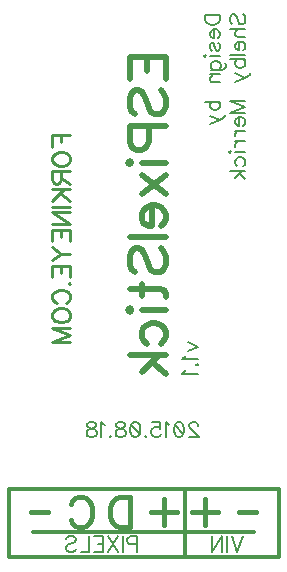
<source format=gbo>
G04 DipTrace 2.4.0.2*
%INESPixelStick.GBO*%
%MOIN*%
%ADD19C,0.012*%
%ADD30C,0.0154*%
%ADD71C,0.0093*%
%ADD72C,0.0077*%
%ADD73C,0.0185*%
%FSLAX44Y44*%
G04*
G70*
G90*
G75*
G01*
%LNBotSilk*%
%LPD*%
X10063Y6437D2*
D19*
X13188D1*
Y4187D1*
X10063D1*
Y6437D1*
X4187D2*
X10063D1*
Y4187D1*
X4187D1*
Y6437D1*
X5000Y5000D2*
X12375D1*
X10744Y6103D2*
D30*
Y5242D1*
X11174Y5672D2*
X10313D1*
X12428D2*
X11875D1*
X9369Y6103D2*
Y5242D1*
X9799Y5672D2*
X8938D1*
X8232Y6175D2*
Y5170D1*
X7897D1*
X7754Y5219D1*
X7657Y5314D1*
X7610Y5410D1*
X7562Y5553D1*
Y5793D1*
X7610Y5937D1*
X7657Y6032D1*
X7754Y6128D1*
X7897Y6175D1*
X8232D1*
X6250Y5937D2*
X6297Y6032D1*
X6393Y6128D1*
X6489Y6175D1*
X6680D1*
X6776Y6128D1*
X6871Y6032D1*
X6920Y5937D1*
X6967Y5793D1*
Y5553D1*
X6920Y5410D1*
X6871Y5314D1*
X6776Y5219D1*
X6680Y5170D1*
X6489D1*
X6393Y5219D1*
X6297Y5314D1*
X6250Y5410D1*
X5490Y5672D2*
X4937D1*
X10732Y22249D2*
D72*
X11234D1*
Y22082D1*
X11210Y22010D1*
X11162Y21962D1*
X11114Y21938D1*
X11043Y21914D1*
X10923D1*
X10851Y21938D1*
X10803Y21962D1*
X10755Y22010D1*
X10732Y22082D1*
Y22249D1*
X11043Y21760D2*
Y21473D1*
X10995D1*
X10947Y21497D1*
X10923Y21520D1*
X10899Y21569D1*
Y21640D1*
X10923Y21688D1*
X10971Y21736D1*
X11043Y21760D1*
X11090D1*
X11162Y21736D1*
X11210Y21688D1*
X11234Y21640D1*
Y21569D1*
X11210Y21520D1*
X11162Y21473D1*
X10971Y21055D2*
X10923Y21079D1*
X10899Y21151D1*
Y21223D1*
X10923Y21295D1*
X10971Y21319D1*
X11018Y21295D1*
X11043Y21247D1*
X11067Y21127D1*
X11090Y21079D1*
X11138Y21055D1*
X11162D1*
X11210Y21079D1*
X11234Y21151D1*
Y21223D1*
X11210Y21295D1*
X11162Y21319D1*
X10732Y20901D2*
X10755Y20877D1*
X10732Y20853D1*
X10707Y20877D1*
X10732Y20901D1*
X10899Y20877D2*
X11234D1*
X10923Y20412D2*
X11306D1*
X11377Y20436D1*
X11401Y20459D1*
X11425Y20507D1*
Y20579D1*
X11401Y20627D1*
X10995Y20412D2*
X10947Y20459D1*
X10923Y20507D1*
Y20579D1*
X10947Y20627D1*
X10995Y20675D1*
X11067Y20699D1*
X11115D1*
X11186Y20675D1*
X11234Y20627D1*
X11258Y20579D1*
Y20507D1*
X11234Y20459D1*
X11186Y20412D1*
X10899Y20257D2*
X11234D1*
X10995D2*
X10923Y20186D1*
X10899Y20137D1*
Y20066D1*
X10923Y20018D1*
X10995Y19994D1*
X11234D1*
X10732Y19354D2*
X11234D1*
X10971D2*
X10923Y19306D1*
X10899Y19258D1*
Y19186D1*
X10923Y19139D1*
X10971Y19091D1*
X11043Y19067D1*
X11090D1*
X11162Y19091D1*
X11210Y19139D1*
X11234Y19186D1*
Y19258D1*
X11210Y19306D1*
X11162Y19354D1*
X10899Y18888D2*
X11234Y18745D1*
X11330Y18793D1*
X11378Y18841D1*
X11401Y18888D1*
Y18913D1*
X10899Y18601D2*
X11234Y18745D1*
X8219Y20098D2*
D73*
Y20843D1*
X9425D1*
Y20098D1*
X8793Y20843D2*
Y20384D1*
X8391Y18924D2*
X8276Y19038D1*
X8219Y19210D1*
Y19440D1*
X8276Y19612D1*
X8391Y19727D1*
X8506D1*
X8621Y19669D1*
X8678Y19612D1*
X8735Y19498D1*
X8850Y19153D1*
X8907Y19038D1*
X8966Y18981D1*
X9080Y18924D1*
X9252D1*
X9366Y19038D1*
X9425Y19210D1*
Y19440D1*
X9366Y19612D1*
X9252Y19727D1*
X8850Y18553D2*
Y18036D1*
X8793Y17865D1*
X8735Y17806D1*
X8621Y17749D1*
X8448D1*
X8334Y17806D1*
X8276Y17865D1*
X8219Y18036D1*
Y18553D1*
X9425D1*
X8219Y17379D2*
X8276Y17322D1*
X8219Y17263D1*
X8161Y17322D1*
X8219Y17379D1*
X8621Y17322D2*
X9425D1*
X8621Y16893D2*
X9425Y16261D1*
X8621D2*
X9425Y16893D1*
X8966Y15891D2*
Y15202D1*
X8850D1*
X8735Y15259D1*
X8678Y15316D1*
X8621Y15432D1*
Y15604D1*
X8678Y15718D1*
X8793Y15834D1*
X8966Y15891D1*
X9080D1*
X9252Y15834D1*
X9366Y15718D1*
X9425Y15604D1*
Y15432D1*
X9366Y15316D1*
X9252Y15202D1*
X8219Y14832D2*
X9425D1*
X8391Y13657D2*
X8276Y13771D1*
X8219Y13944D1*
Y14173D1*
X8276Y14346D1*
X8391Y14461D1*
X8506D1*
X8621Y14403D1*
X8678Y14346D1*
X8735Y14232D1*
X8850Y13887D1*
X8907Y13771D1*
X8966Y13714D1*
X9080Y13657D1*
X9252D1*
X9366Y13771D1*
X9425Y13944D1*
Y14173D1*
X9366Y14346D1*
X9252Y14461D1*
X8219Y13114D2*
X9195D1*
X9366Y13057D1*
X9425Y12942D1*
Y12828D1*
X8621Y13287D2*
Y12885D1*
X8219Y12457D2*
X8276Y12400D1*
X8219Y12342D1*
X8161Y12400D1*
X8219Y12457D1*
X8621Y12400D2*
X9425D1*
X8793Y11282D2*
X8678Y11397D1*
X8621Y11512D1*
Y11684D1*
X8678Y11799D1*
X8793Y11913D1*
X8966Y11971D1*
X9080D1*
X9252Y11913D1*
X9366Y11799D1*
X9425Y11684D1*
Y11512D1*
X9366Y11397D1*
X9252Y11282D1*
X8219Y10911D2*
X9425D1*
X8621Y10337D2*
X9195Y10911D1*
X8966Y10682D2*
X9425Y10280D1*
X5641Y17852D2*
D71*
Y18226D1*
X6243D1*
X5928D2*
Y17996D1*
X5641Y17494D2*
X5669Y17552D1*
X5727Y17609D1*
X5784Y17638D1*
X5870Y17667D1*
X6014D1*
X6099Y17638D1*
X6157Y17609D1*
X6214Y17552D1*
X6243Y17494D1*
Y17380D1*
X6214Y17323D1*
X6157Y17265D1*
X6099Y17236D1*
X6014Y17208D1*
X5870D1*
X5784Y17236D1*
X5727Y17265D1*
X5669Y17323D1*
X5641Y17380D1*
Y17494D1*
X5928Y17023D2*
Y16765D1*
X5899Y16678D1*
X5870Y16649D1*
X5813Y16621D1*
X5755D1*
X5698Y16649D1*
X5669Y16678D1*
X5641Y16765D1*
Y17023D1*
X6243D1*
X5928Y16822D2*
X6243Y16621D1*
X5641Y16436D2*
X6243D1*
X5641Y16034D2*
X6042Y16436D1*
X5899Y16292D2*
X6243Y16034D1*
X5641Y15848D2*
X6243D1*
X5641Y15261D2*
X6243D1*
X5641Y15663D1*
X6243D1*
X5641Y14703D2*
Y15076D1*
X6243D1*
Y14703D1*
X5928Y15076D2*
Y14846D1*
X5641Y14518D2*
X5928Y14288D1*
X6243D1*
X5641Y14059D2*
X5928Y14288D1*
X5641Y13501D2*
Y13874D1*
X6243D1*
Y13501D1*
X5928Y13874D2*
Y13644D1*
X6186Y13287D2*
X6215Y13316D1*
X6243Y13287D1*
X6215Y13258D1*
X6186Y13287D1*
X5784Y12642D2*
X5727Y12671D1*
X5669Y12728D1*
X5641Y12785D1*
Y12900D1*
X5669Y12958D1*
X5727Y13015D1*
X5784Y13044D1*
X5870Y13073D1*
X6014D1*
X6099Y13044D1*
X6157Y13015D1*
X6214Y12958D1*
X6243Y12900D1*
Y12785D1*
X6214Y12728D1*
X6157Y12671D1*
X6099Y12642D1*
X5641Y12284D2*
X5669Y12342D1*
X5727Y12399D1*
X5784Y12428D1*
X5870Y12457D1*
X6014D1*
X6099Y12428D1*
X6157Y12399D1*
X6214Y12342D1*
X6243Y12284D1*
Y12170D1*
X6214Y12113D1*
X6157Y12055D1*
X6099Y12026D1*
X6014Y11998D1*
X5870D1*
X5784Y12026D1*
X5727Y12055D1*
X5669Y12113D1*
X5641Y12170D1*
Y12284D1*
X6243Y11354D2*
X5641D1*
X6243Y11583D1*
X5641Y11813D1*
X6243D1*
X11643Y21927D2*
D72*
X11595Y21974D1*
X11571Y22046D1*
Y22142D1*
X11595Y22214D1*
X11643Y22262D1*
X11690D1*
X11738Y22238D1*
X11762Y22214D1*
X11786Y22166D1*
X11834Y22023D1*
X11858Y21974D1*
X11882Y21951D1*
X11930Y21927D1*
X12001D1*
X12049Y21974D1*
X12073Y22046D1*
Y22142D1*
X12049Y22214D1*
X12001Y22262D1*
X11571Y21773D2*
X12073D1*
X11834D2*
X11762Y21701D1*
X11738Y21653D1*
Y21581D1*
X11762Y21533D1*
X11834Y21509D1*
X12073D1*
X11882Y21355D2*
Y21068D1*
X11834D1*
X11786Y21092D1*
X11762Y21116D1*
X11738Y21164D1*
Y21236D1*
X11762Y21283D1*
X11810Y21331D1*
X11882Y21355D1*
X11930D1*
X12001Y21331D1*
X12049Y21283D1*
X12073Y21236D1*
Y21164D1*
X12049Y21116D1*
X12001Y21068D1*
X11571Y20914D2*
X12073D1*
X11571Y20759D2*
X12073D1*
X11810D2*
X11762Y20711D1*
X11738Y20664D1*
Y20592D1*
X11762Y20544D1*
X11810Y20496D1*
X11882Y20473D1*
X11930D1*
X12001Y20496D1*
X12049Y20544D1*
X12073Y20592D1*
Y20664D1*
X12049Y20711D1*
X12001Y20759D1*
X11738Y20294D2*
X12073Y20151D1*
X12169Y20198D1*
X12217Y20246D1*
X12241Y20294D1*
Y20318D1*
X11738Y20007D2*
X12073Y20151D1*
Y18984D2*
X11571D1*
X12073Y19175D1*
X11571Y19367D1*
X12073D1*
X11882Y18830D2*
Y18543D1*
X11834D1*
X11786Y18567D1*
X11762Y18590D1*
X11738Y18639D1*
Y18710D1*
X11762Y18758D1*
X11810Y18806D1*
X11882Y18830D1*
X11930D1*
X12001Y18806D1*
X12049Y18758D1*
X12073Y18710D1*
Y18639D1*
X12049Y18590D1*
X12001Y18543D1*
X11738Y18389D2*
X12073D1*
X11882D2*
X11810Y18364D1*
X11762Y18317D1*
X11738Y18269D1*
Y18197D1*
Y18042D2*
X12073D1*
X11882D2*
X11810Y18018D1*
X11762Y17971D1*
X11738Y17922D1*
Y17851D1*
X11571Y17696D2*
X11595Y17672D1*
X11571Y17648D1*
X11547Y17672D1*
X11571Y17696D1*
X11738Y17672D2*
X12073D1*
X11810Y17206D2*
X11762Y17254D1*
X11738Y17302D1*
Y17374D1*
X11762Y17422D1*
X11810Y17469D1*
X11882Y17494D1*
X11930D1*
X12001Y17469D1*
X12049Y17422D1*
X12073Y17374D1*
Y17302D1*
X12049Y17254D1*
X12001Y17206D1*
X11571Y17052D2*
X12073D1*
X11738Y16813D2*
X11978Y17052D1*
X11882Y16956D2*
X12073Y16789D1*
X10149Y11327D2*
X10484Y11183D1*
X10149Y11040D1*
X10078Y10886D2*
X10053Y10837D1*
X9982Y10766D1*
X10484D1*
X10436Y10587D2*
X10460Y10611D1*
X10484Y10587D1*
X10460Y10563D1*
X10436Y10587D1*
X10078Y10409D2*
X10053Y10361D1*
X9982Y10289D1*
X10484D1*
X10498Y8551D2*
Y8574D1*
X10474Y8623D1*
X10450Y8646D1*
X10402Y8670D1*
X10306D1*
X10259Y8646D1*
X10235Y8623D1*
X10211Y8574D1*
Y8527D1*
X10235Y8479D1*
X10283Y8408D1*
X10522Y8168D1*
X10187D1*
X9889Y8670D2*
X9961Y8646D1*
X10009Y8574D1*
X10033Y8455D1*
Y8383D1*
X10009Y8264D1*
X9961Y8192D1*
X9889Y8168D1*
X9841D1*
X9769Y8192D1*
X9722Y8264D1*
X9698Y8383D1*
Y8455D1*
X9722Y8574D1*
X9769Y8646D1*
X9841Y8670D1*
X9889D1*
X9722Y8574D2*
X10009Y8264D1*
X9543Y8574D2*
X9495Y8599D1*
X9423Y8670D1*
Y8168D1*
X8982Y8670D2*
X9221D1*
X9245Y8455D1*
X9221Y8479D1*
X9149Y8503D1*
X9078D1*
X9006Y8479D1*
X8958Y8431D1*
X8934Y8359D1*
Y8312D1*
X8958Y8240D1*
X9006Y8192D1*
X9078Y8168D1*
X9149D1*
X9221Y8192D1*
X9245Y8216D1*
X9269Y8264D1*
X8756Y8216D2*
X8780Y8192D1*
X8756Y8168D1*
X8732Y8192D1*
X8756Y8216D1*
X8433Y8670D2*
X8505Y8646D1*
X8553Y8574D1*
X8577Y8455D1*
Y8383D1*
X8553Y8264D1*
X8505Y8192D1*
X8433Y8168D1*
X8386D1*
X8314Y8192D1*
X8267Y8264D1*
X8242Y8383D1*
Y8455D1*
X8267Y8574D1*
X8314Y8646D1*
X8386Y8670D1*
X8433D1*
X8267Y8574D2*
X8553Y8264D1*
X7968Y8670D2*
X8040Y8646D1*
X8064Y8599D1*
Y8551D1*
X8040Y8503D1*
X7992Y8479D1*
X7897Y8455D1*
X7825Y8431D1*
X7777Y8383D1*
X7753Y8336D1*
Y8264D1*
X7777Y8216D1*
X7801Y8192D1*
X7873Y8168D1*
X7968D1*
X8040Y8192D1*
X8064Y8216D1*
X8088Y8264D1*
Y8336D1*
X8064Y8383D1*
X8016Y8431D1*
X7945Y8455D1*
X7849Y8479D1*
X7801Y8503D1*
X7777Y8551D1*
Y8599D1*
X7801Y8646D1*
X7873Y8670D1*
X7968D1*
X7575Y8216D2*
X7599Y8192D1*
X7575Y8168D1*
X7551Y8192D1*
X7575Y8216D1*
X7397Y8574D2*
X7348Y8599D1*
X7277Y8670D1*
Y8168D1*
X7003Y8670D2*
X7074Y8646D1*
X7098Y8599D1*
Y8551D1*
X7074Y8503D1*
X7027Y8479D1*
X6931Y8455D1*
X6859Y8431D1*
X6812Y8383D1*
X6788Y8336D1*
Y8264D1*
X6812Y8216D1*
X6835Y8192D1*
X6907Y8168D1*
X7003D1*
X7074Y8192D1*
X7098Y8216D1*
X7122Y8264D1*
Y8336D1*
X7098Y8383D1*
X7050Y8431D1*
X6979Y8455D1*
X6883Y8479D1*
X6835Y8503D1*
X6812Y8551D1*
Y8599D1*
X6835Y8646D1*
X6907Y8670D1*
X7003D1*
X8474Y4595D2*
X8259D1*
X8188Y4618D1*
X8163Y4643D1*
X8140Y4690D1*
Y4762D1*
X8163Y4810D1*
X8188Y4834D1*
X8259Y4858D1*
X8474D1*
Y4355D1*
X7985Y4858D2*
Y4355D1*
X7831Y4858D2*
X7496Y4355D1*
Y4858D2*
X7831Y4355D1*
X7031Y4858D2*
X7341D1*
Y4355D1*
X7031D1*
X7341Y4618D2*
X7150D1*
X6876Y4858D2*
Y4355D1*
X6590D1*
X6100Y4786D2*
X6148Y4834D1*
X6220Y4858D1*
X6315D1*
X6387Y4834D1*
X6435Y4786D1*
Y4738D1*
X6411Y4690D1*
X6387Y4666D1*
X6340Y4643D1*
X6196Y4595D1*
X6148Y4571D1*
X6124Y4547D1*
X6100Y4499D1*
Y4427D1*
X6148Y4380D1*
X6220Y4355D1*
X6315D1*
X6387Y4380D1*
X6435Y4427D1*
X12002Y4858D2*
X11811Y4355D1*
X11619Y4858D1*
X11465D2*
Y4355D1*
X10976Y4858D2*
Y4355D1*
X11311Y4858D1*
Y4355D1*
M02*

</source>
